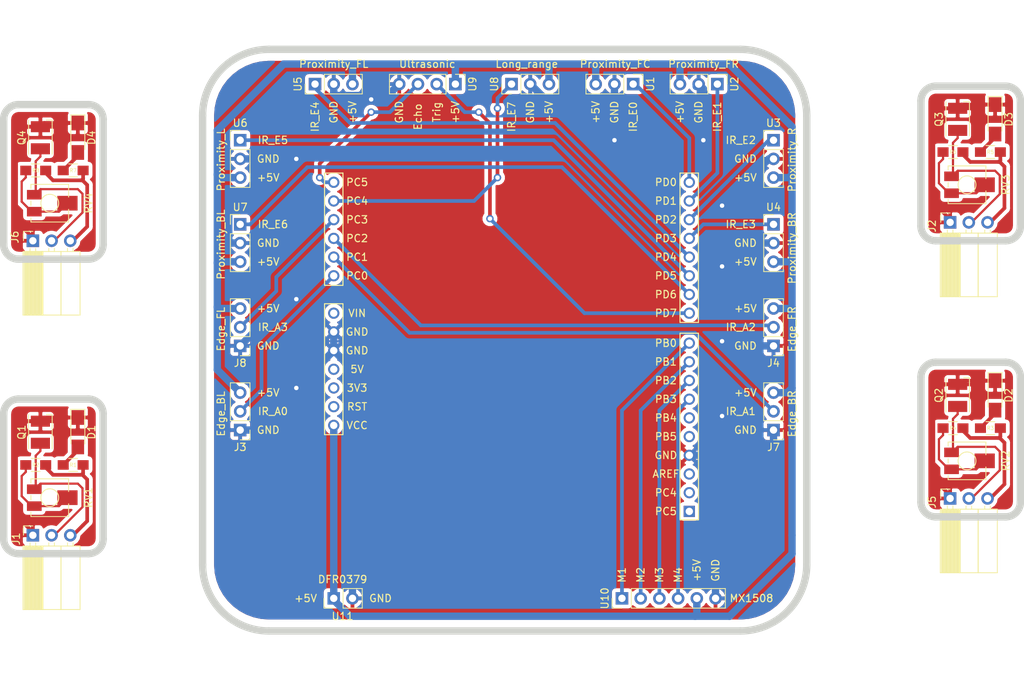
<source format=kicad_pcb>
(kicad_pcb (version 20171130) (host pcbnew "(5.0.1)-4")
  (layers (0 F.Cu signal) (31 B.Cu signal) (34 B.Paste user) (35 F.Paste user) (36 B.SilkS user) (37 F.SilkS user) (38 B.Mask user) (39 F.Mask user) (44 Edge.Cuts user))
  (net 0 "")
  (net 1 "Net-(D1-Pad2)")
  (net 2 GND)
  (net 3 "Net-(D2-Pad2)")
  (net 4 "Net-(D3-Pad2)")
  (net 5 "Net-(D4-Pad2)")
  (net 6 /Echo)
  (net 7 IR_E7)
  (net 8 IR_A3)
  (net 9 IR_A2)
  (net 10 IR_A1)
  (net 11 IR_A0)
  (net 12 "Net-(MCU1-Pad26)")
  (net 13 "Net-(MCU1-Pad23)")
  (net 14 "Net-(MCU1-Pad22)")
  (net 15 "Net-(MCU1-Pad21)")
  (net 16 +5V)
  (net 17 IR_E0)
  (net 18 IR_E1)
  (net 19 IR_E2)
  (net 20 IR_E3)
  (net 21 IR_E4)
  (net 22 IR_E5)
  (net 23 IR_E6)
  (net 24 /Trig)
  (net 25 M1)
  (net 26 M2)
  (net 27 M3)
  (net 28 M4)
  (net 29 "Net-(MCU1-Pad6)")
  (net 30 "Net-(MCU1-Pad5)")
  (net 31 "Net-(MCU1-Pad3)")
  (net 32 "Net-(MCU1-Pad2)")
  (net 33 "Net-(MCU1-Pad1)")
  (net 34 "Net-(R2-Pad2)")
  (net 35 "Net-(R4-Pad2)")
  (net 36 "Net-(R6-Pad2)")
  (net 37 "Net-(R8-Pad2)")
  (module Socket_Strips:Socket_Strip_Straight_1x03_Pitch2.54mm (layer F.Cu) (at 167.49 116.71 180)
    (fp_text reference J7 (at 0 -2.33 180) (layer F.SilkS))
    (fp_text value Edge_BR (at -2.51 2.21 270) (layer F.SilkS))
    (pad 3 thru_hole oval (at 0 5.08 180) (size 1.7 1.7) (drill 1) (layers *.Cu *.Mask) (net 16 +5V))
    (pad 2 thru_hole oval (at 0 2.54 180) (size 1.7 1.7) (drill 1) (layers *.Cu *.Mask) (net 10 IR_A1))
    (pad 1 thru_hole rect (at 0 0 180) (size 1.7 1.7) (drill 1) (layers *.Cu *.Mask) (net 2 GND))
  )
  (module Custom_Footprints:ATmega328P_Xplained_mini (layer F.Cu) (at 101.45 75.435)
    (fp_text reference MCU1 hide)
    (fp_text value ATmega328P_Shield)
    (fp_text user PD0 (at 51.435 7.62) (layer F.SilkS))
    (fp_text user PD1 (at 51.435 10.16) (layer F.SilkS))
    (fp_text user PD2 (at 51.435 12.7) (layer F.SilkS))
    (fp_text user PD3 (at 51.435 15.24) (layer F.SilkS))
    (fp_text user PD4 (at 51.435 17.78) (layer F.SilkS))
    (fp_text user PD5 (at 51.435 20.32) (layer F.SilkS))
    (fp_text user PD6 (at 51.435 22.86) (layer F.SilkS))
    (fp_text user PD7 (at 51.435 25.4) (layer F.SilkS))
    (fp_text user PB0 (at 51.435 29.464) (layer F.SilkS))
    (fp_text user PB1 (at 51.435 32.004) (layer F.SilkS))
    (fp_text user PB5 (at 51.435 42.164) (layer F.SilkS))
    (fp_text user PB2 (at 51.435 34.544) (layer F.SilkS))
    (fp_text user AREF (at 51.435 47.244) (layer F.SilkS))
    (fp_text user PB3 (at 51.435 37.084) (layer F.SilkS))
    (fp_text user PB4 (at 51.435 39.624) (layer F.SilkS))
    (fp_text user GND (at 51.435 44.704) (layer F.SilkS))
    (fp_text user PC4 (at 51.435 49.784) (layer F.SilkS))
    (fp_text user PC5 (at 51.435 52.324) (layer F.SilkS))
    (fp_text user PC5 (at 9.525 7.62) (layer F.SilkS))
    (fp_text user PC4 (at 9.525 10.16) (layer F.SilkS))
    (fp_text user PC3 (at 9.525 12.7) (layer F.SilkS))
    (fp_text user PC2 (at 9.525 15.24) (layer F.SilkS))
    (fp_text user PC0 (at 9.525 20.32) (layer F.SilkS))
    (fp_text user PC1 (at 9.525 17.78) (layer F.SilkS))
    (fp_text user VIN (at 9.525 25.4) (layer F.SilkS))
    (fp_text user GND (at 9.525 27.94) (layer F.SilkS))
    (fp_text user 5V (at 9.525 33.02) (layer F.SilkS))
    (fp_text user GND (at 9.525 30.48) (layer F.SilkS))
    (fp_text user RST (at 9.525 38.1) (layer F.SilkS))
    (fp_text user 3V3 (at 9.525 35.56) (layer F.SilkS))
    (fp_text user VCC (at 9.525 40.64) (layer F.SilkS))
    (pad 32 thru_hole circle (at 6.35 7.62) (size 1.524 1.524) (drill 1) (layers *.Cu *.Mask) (net 6 /Echo))
    (pad 31 thru_hole circle (at 6.35 10.16) (size 1.524 1.524) (drill 1) (layers *.Cu *.Mask) (net 7 IR_E7))
    (pad 30 thru_hole circle (at 6.35 12.7) (size 1.524 1.524) (drill 1) (layers *.Cu *.Mask) (net 8 IR_A3))
    (pad 29 thru_hole circle (at 6.35 15.24) (size 1.524 1.524) (drill 1) (layers *.Cu *.Mask) (net 9 IR_A2))
    (pad 28 thru_hole circle (at 6.35 17.78) (size 1.524 1.524) (drill 1) (layers *.Cu *.Mask) (net 10 IR_A1))
    (pad 27 thru_hole circle (at 6.35 20.32) (size 1.524 1.524) (drill 1) (layers *.Cu *.Mask) (net 11 IR_A0))
    (pad 26 thru_hole circle (at 6.35 25.4) (size 1.524 1.524) (drill 1) (layers *.Cu *.Mask) (net 12 "Net-(MCU1-Pad26)"))
    (pad 25 thru_hole circle (at 6.35 27.94) (size 1.524 1.524) (drill 1) (layers *.Cu *.Mask) (net 2 GND))
    (pad 24 thru_hole circle (at 6.35 30.48) (size 1.524 1.524) (drill 1) (layers *.Cu *.Mask) (net 2 GND))
    (pad 23 thru_hole circle (at 6.35 33.02) (size 1.524 1.524) (drill 1) (layers *.Cu *.Mask) (net 13 "Net-(MCU1-Pad23)"))
    (pad 22 thru_hole circle (at 6.35 35.56) (size 1.524 1.524) (drill 1) (layers *.Cu *.Mask) (net 14 "Net-(MCU1-Pad22)"))
    (pad 21 thru_hole circle (at 6.35 38.1) (size 1.524 1.524) (drill 1) (layers *.Cu *.Mask) (net 15 "Net-(MCU1-Pad21)"))
    (pad 20 thru_hole circle (at 6.35 40.64) (size 1.524 1.524) (drill 1) (layers *.Cu *.Mask) (net 16 +5V))
    (pad 18 thru_hole circle (at 54.61 7.62) (size 1.524 1.524) (drill 1) (layers *.Cu *.Mask) (net 17 IR_E0))
    (pad 17 thru_hole circle (at 54.61 10.16) (size 1.524 1.524) (drill 1) (layers *.Cu *.Mask) (net 18 IR_E1))
    (pad 16 thru_hole circle (at 54.61 12.7) (size 1.524 1.524) (drill 1) (layers *.Cu *.Mask) (net 19 IR_E2))
    (pad 15 thru_hole circle (at 54.61 15.24) (size 1.524 1.524) (drill 1) (layers *.Cu *.Mask) (net 20 IR_E3))
    (pad 14 thru_hole circle (at 54.61 17.78) (size 1.524 1.524) (drill 1) (layers *.Cu *.Mask) (net 21 IR_E4))
    (pad 13 thru_hole circle (at 54.61 20.32) (size 1.524 1.524) (drill 1) (layers *.Cu *.Mask) (net 22 IR_E5))
    (pad 12 thru_hole circle (at 54.61 22.86) (size 1.524 1.524) (drill 1) (layers *.Cu *.Mask) (net 23 IR_E6))
    (pad 11 thru_hole circle (at 54.61 25.4) (size 1.524 1.524) (drill 1) (layers *.Cu *.Mask) (net 24 /Trig))
    (pad 10 thru_hole circle (at 54.61 29.464 180) (size 1.524 1.524) (drill 1) (layers *.Cu *.Mask) (net 25 M1))
    (pad 9 thru_hole circle (at 54.61 32.004 180) (size 1.524 1.524) (drill 1) (layers *.Cu *.Mask) (net 26 M2))
    (pad 8 thru_hole circle (at 54.61 34.544 180) (size 1.524 1.524) (drill 1) (layers *.Cu *.Mask) (net 27 M3))
    (pad 7 thru_hole circle (at 54.61 37.084 180) (size 1.524 1.524) (drill 1) (layers *.Cu *.Mask) (net 28 M4))
    (pad 6 thru_hole circle (at 54.61 39.624 180) (size 1.524 1.524) (drill 1) (layers *.Cu *.Mask) (net 29 "Net-(MCU1-Pad6)"))
    (pad 5 thru_hole circle (at 54.61 42.164 180) (size 1.524 1.524) (drill 1) (layers *.Cu *.Mask) (net 30 "Net-(MCU1-Pad5)"))
    (pad 4 thru_hole circle (at 54.61 44.704 180) (size 1.524 1.524) (drill 1) (layers *.Cu *.Mask) (net 2 GND))
    (pad 3 thru_hole circle (at 54.61 47.244 180) (size 1.524 1.524) (drill 1) (layers *.Cu *.Mask) (net 31 "Net-(MCU1-Pad3)"))
    (pad 2 thru_hole circle (at 54.61 49.784 180) (size 1.524 1.524) (drill 1) (layers *.Cu *.Mask) (net 32 "Net-(MCU1-Pad2)"))
    (pad 1 thru_hole rect (at 54.61 52.324 180) (size 1.524 1.524) (drill 1) (layers *.Cu *.Mask) (net 33 "Net-(MCU1-Pad1)"))
  )
  (module Potentiometers:Potentiometer_Trimmer_Vishay_TS53YL (layer F.Cu) (at 69.255 85.895 180)
    (fp_text reference RV4 (at -5.245 0 90) (layer F.SilkS))
    (fp_text value 10k)
    (pad 3 smd rect (at 2.1 1.15 180) (size 2 1.3) (layers F.Cu F.Mask) (net 8 IR_A3))
    (pad 2 smd rect (at -2.4 0 180) (size 2.75 2) (layers F.Cu F.Mask) (net 37 "Net-(R8-Pad2)"))
    (pad 1 smd rect (at 2.1 -1.15 180) (size 2 1.3) (layers F.Cu F.Mask) (net 37 "Net-(R8-Pad2)"))
  )
  (module Resistors_SMD:R_0805_HandSoldering (layer F.Cu) (at 72.43 81.45 180)
    (fp_text reference R7 (at 0 0 180) (layer F.SilkS) (effects (font (size 0.5 0.5) (thickness 0.075))))
    (fp_text value 100R)
    (pad 1 smd rect (at -1.35 0 180) (size 1.5 1.3) (layers F.Cu F.Paste F.Mask) (net 16 +5V))
    (pad 2 smd rect (at 1.35 0 180) (size 1.5 1.3) (layers F.Cu F.Paste F.Mask) (net 5 "Net-(D4-Pad2)"))
  )
  (module Socket_Strips:Socket_Strip_Angled_1x03_Pitch2.54mm (layer F.Cu) (at 66.96 91 90)
    (fp_text reference J6 (at 0.5 -2.46 90) (layer F.SilkS))
    (fp_text value Conn_01x03)
    (pad 1 thru_hole rect (at 0 0 90) (size 1.7 1.7) (drill 1) (layers *.Cu *.Mask) (net 2 GND))
    (pad 2 thru_hole oval (at 0 2.54 90) (size 1.7 1.7) (drill 1) (layers *.Cu *.Mask) (net 8 IR_A3))
    (pad 3 thru_hole oval (at 0 5.08 90) (size 1.7 1.7) (drill 1) (layers *.Cu *.Mask) (net 16 +5V))
  )
  (module Resistors_SMD:R_0805_HandSoldering (layer F.Cu) (at 67.35 81.45 180)
    (fp_text reference R8 (at 0 0 180) (layer F.SilkS) (effects (font (size 0.5 0.5) (thickness 0.075))))
    (fp_text value 10k)
    (pad 2 smd rect (at 1.35 0 180) (size 1.5 1.3) (layers F.Cu F.Paste F.Mask) (net 37 "Net-(R8-Pad2)"))
    (pad 1 smd rect (at -1.35 0 180) (size 1.5 1.3) (layers F.Cu F.Paste F.Mask) (net 16 +5V))
  )
  (module LEDs:LED_PLCC-2 (layer F.Cu) (at 67.985 77.005 270)
    (fp_text reference Q4 (at 0 2.54 270) (layer F.SilkS))
    (fp_text value Q_Photo)
    (pad 1 smd rect (at -1.5 0 270) (size 1.5 2.6) (layers F.Cu F.Paste F.Mask) (net 2 GND))
    (pad 2 smd rect (at 1.5 0 270) (size 1.5 2.6) (layers F.Cu F.Paste F.Mask) (net 8 IR_A3))
  )
  (module LEDs:LED_1206_HandSoldering (layer F.Cu) (at 73.065 77.005 270)
    (fp_text reference D4 (at 0 -1.85 270) (layer F.SilkS))
    (fp_text value LED_IR)
    (pad 1 smd rect (at -2 0 270) (size 2 1.7) (layers F.Cu F.Paste F.Mask) (net 2 GND))
    (pad 2 smd rect (at 2 0 270) (size 2 1.7) (layers F.Cu F.Paste F.Mask) (net 5 "Net-(D4-Pad2)"))
  )
  (module Potentiometers:Potentiometer_Trimmer_Vishay_TS53YL (layer F.Cu) (at 193.755 83.395 180)
    (fp_text reference RV3 (at -5.245 0 90) (layer F.SilkS))
    (fp_text value 10k)
    (pad 3 smd rect (at 2.1 1.15 180) (size 2 1.3) (layers F.Cu F.Mask) (net 9 IR_A2))
    (pad 2 smd rect (at -2.4 0 180) (size 2.75 2) (layers F.Cu F.Mask) (net 36 "Net-(R6-Pad2)"))
    (pad 1 smd rect (at 2.1 -1.15 180) (size 2 1.3) (layers F.Cu F.Mask) (net 36 "Net-(R6-Pad2)"))
  )
  (module Resistors_SMD:R_0805_HandSoldering (layer F.Cu) (at 196.93 78.95 180)
    (fp_text reference R5 (at 0 0 180) (layer F.SilkS) (effects (font (size 0.5 0.5) (thickness 0.075))))
    (fp_text value 100R)
    (pad 1 smd rect (at -1.35 0 180) (size 1.5 1.3) (layers F.Cu F.Paste F.Mask) (net 16 +5V))
    (pad 2 smd rect (at 1.35 0 180) (size 1.5 1.3) (layers F.Cu F.Paste F.Mask) (net 4 "Net-(D3-Pad2)"))
  )
  (module Socket_Strips:Socket_Strip_Angled_1x03_Pitch2.54mm (layer F.Cu) (at 191.46 88.5 90)
    (fp_text reference J2 (at -0.5 -2.46 90) (layer F.SilkS))
    (fp_text value Conn_01x03)
    (pad 1 thru_hole rect (at 0 0 90) (size 1.7 1.7) (drill 1) (layers *.Cu *.Mask) (net 2 GND))
    (pad 2 thru_hole oval (at 0 2.54 90) (size 1.7 1.7) (drill 1) (layers *.Cu *.Mask) (net 9 IR_A2))
    (pad 3 thru_hole oval (at 0 5.08 90) (size 1.7 1.7) (drill 1) (layers *.Cu *.Mask) (net 16 +5V))
  )
  (module Resistors_SMD:R_0805_HandSoldering (layer F.Cu) (at 191.85 78.95 180)
    (fp_text reference R6 (at 0 0 180) (layer F.SilkS) (effects (font (size 0.5 0.5) (thickness 0.075))))
    (fp_text value 10k)
    (pad 2 smd rect (at 1.35 0 180) (size 1.5 1.3) (layers F.Cu F.Paste F.Mask) (net 36 "Net-(R6-Pad2)"))
    (pad 1 smd rect (at -1.35 0 180) (size 1.5 1.3) (layers F.Cu F.Paste F.Mask) (net 16 +5V))
  )
  (module LEDs:LED_PLCC-2 (layer F.Cu) (at 192.485 74.505 270)
    (fp_text reference Q3 (at 0 2.54 270) (layer F.SilkS))
    (fp_text value Q_Photo)
    (pad 1 smd rect (at -1.5 0 270) (size 1.5 2.6) (layers F.Cu F.Paste F.Mask) (net 2 GND))
    (pad 2 smd rect (at 1.5 0 270) (size 1.5 2.6) (layers F.Cu F.Paste F.Mask) (net 9 IR_A2))
  )
  (module LEDs:LED_1206_HandSoldering (layer F.Cu) (at 197.565 74.505 270)
    (fp_text reference D3 (at 0 -1.85 270) (layer F.SilkS))
    (fp_text value LED_IR)
    (pad 1 smd rect (at -2 0 270) (size 2 1.7) (layers F.Cu F.Paste F.Mask) (net 2 GND))
    (pad 2 smd rect (at 2 0 270) (size 2 1.7) (layers F.Cu F.Paste F.Mask) (net 4 "Net-(D3-Pad2)"))
  )
  (module Potentiometers:Potentiometer_Trimmer_Vishay_TS53YL (layer F.Cu) (at 193.755 120.895 180)
    (fp_text reference RV2 (at -5.245 0 90) (layer F.SilkS))
    (fp_text value 10k)
    (pad 3 smd rect (at 2.1 1.15 180) (size 2 1.3) (layers F.Cu F.Mask) (net 10 IR_A1))
    (pad 2 smd rect (at -2.4 0 180) (size 2.75 2) (layers F.Cu F.Mask) (net 35 "Net-(R4-Pad2)"))
    (pad 1 smd rect (at 2.1 -1.15 180) (size 2 1.3) (layers F.Cu F.Mask) (net 35 "Net-(R4-Pad2)"))
  )
  (module Resistors_SMD:R_0805_HandSoldering (layer F.Cu) (at 196.93 116.45 180)
    (fp_text reference R3 (at 0 0 180) (layer F.SilkS) (effects (font (size 0.5 0.5) (thickness 0.075))))
    (fp_text value 100R)
    (pad 1 smd rect (at -1.35 0 180) (size 1.5 1.3) (layers F.Cu F.Paste F.Mask) (net 16 +5V))
    (pad 2 smd rect (at 1.35 0 180) (size 1.5 1.3) (layers F.Cu F.Paste F.Mask) (net 3 "Net-(D2-Pad2)"))
  )
  (module Socket_Strips:Socket_Strip_Angled_1x03_Pitch2.54mm (layer F.Cu) (at 191.46 126 90)
    (fp_text reference J5 (at -0.5 -2.46 90) (layer F.SilkS))
    (fp_text value Conn_01x03)
    (pad 1 thru_hole rect (at 0 0 90) (size 1.7 1.7) (drill 1) (layers *.Cu *.Mask) (net 2 GND))
    (pad 2 thru_hole oval (at 0 2.54 90) (size 1.7 1.7) (drill 1) (layers *.Cu *.Mask) (net 10 IR_A1))
    (pad 3 thru_hole oval (at 0 5.08 90) (size 1.7 1.7) (drill 1) (layers *.Cu *.Mask) (net 16 +5V))
  )
  (module Resistors_SMD:R_0805_HandSoldering (layer F.Cu) (at 191.85 116.45 180)
    (fp_text reference R4 (at 0 0 180) (layer F.SilkS) (effects (font (size 0.5 0.5) (thickness 0.075))))
    (fp_text value 10k)
    (pad 2 smd rect (at 1.35 0 180) (size 1.5 1.3) (layers F.Cu F.Paste F.Mask) (net 35 "Net-(R4-Pad2)"))
    (pad 1 smd rect (at -1.35 0 180) (size 1.5 1.3) (layers F.Cu F.Paste F.Mask) (net 16 +5V))
  )
  (module LEDs:LED_PLCC-2 (layer F.Cu) (at 192.485 112.005 270)
    (fp_text reference Q2 (at 0 2.54 270) (layer F.SilkS))
    (fp_text value Q_Photo)
    (pad 1 smd rect (at -1.5 0 270) (size 1.5 2.6) (layers F.Cu F.Paste F.Mask) (net 2 GND))
    (pad 2 smd rect (at 1.5 0 270) (size 1.5 2.6) (layers F.Cu F.Paste F.Mask) (net 10 IR_A1))
  )
  (module LEDs:LED_1206_HandSoldering (layer F.Cu) (at 197.565 112.005 270)
    (fp_text reference D2 (at 0 -1.85 270) (layer F.SilkS))
    (fp_text value LED_IR)
    (pad 1 smd rect (at -2 0 270) (size 2 1.7) (layers F.Cu F.Paste F.Mask) (net 2 GND))
    (pad 2 smd rect (at 2 0 270) (size 2 1.7) (layers F.Cu F.Paste F.Mask) (net 3 "Net-(D2-Pad2)"))
  )
  (module Resistors_SMD:R_0805_HandSoldering (layer F.Cu) (at 72.43 121.45 180)
    (fp_text reference R1 (at 0 0 180) (layer F.SilkS) (effects (font (size 0.5 0.5) (thickness 0.075))))
    (fp_text value 100R)
    (pad 2 smd rect (at 1.35 0 180) (size 1.5 1.3) (layers F.Cu F.Paste F.Mask) (net 1 "Net-(D1-Pad2)"))
    (pad 1 smd rect (at -1.35 0 180) (size 1.5 1.3) (layers F.Cu F.Paste F.Mask) (net 16 +5V))
  )
  (module Potentiometers:Potentiometer_Trimmer_Vishay_TS53YL (layer F.Cu) (at 69.255 125.895 180)
    (fp_text reference RV1 (at -5.245 0 90) (layer F.SilkS))
    (fp_text value 10k)
    (pad 1 smd rect (at 2.1 -1.15 180) (size 2 1.3) (layers F.Cu F.Mask) (net 34 "Net-(R2-Pad2)"))
    (pad 2 smd rect (at -2.4 0 180) (size 2.75 2) (layers F.Cu F.Mask) (net 34 "Net-(R2-Pad2)"))
    (pad 3 smd rect (at 2.1 1.15 180) (size 2 1.3) (layers F.Cu F.Mask) (net 11 IR_A0))
  )
  (module LEDs:LED_1206_HandSoldering (layer F.Cu) (at 73.065 117.005 270)
    (fp_text reference D1 (at 0 -1.85 270) (layer F.SilkS))
    (fp_text value LED_IR)
    (pad 2 smd rect (at 2 0 270) (size 2 1.7) (layers F.Cu F.Paste F.Mask) (net 1 "Net-(D1-Pad2)"))
    (pad 1 smd rect (at -2 0 270) (size 2 1.7) (layers F.Cu F.Paste F.Mask) (net 2 GND))
  )
  (module LEDs:LED_PLCC-2 (layer F.Cu) (at 67.985 117.005 270)
    (fp_text reference Q1 (at 0 2.54 270) (layer F.SilkS))
    (fp_text value Q_Photo)
    (pad 2 smd rect (at 1.5 0 270) (size 1.5 2.6) (layers F.Cu F.Paste F.Mask) (net 11 IR_A0))
    (pad 1 smd rect (at -1.5 0 270) (size 1.5 2.6) (layers F.Cu F.Paste F.Mask) (net 2 GND))
  )
  (module Resistors_SMD:R_0805_HandSoldering (layer F.Cu) (at 67.35 121.45 180)
    (fp_text reference R2 (at 0 0 180) (layer F.SilkS) (effects (font (size 0.5 0.5) (thickness 0.075))))
    (fp_text value 10k)
    (pad 1 smd rect (at -1.35 0 180) (size 1.5 1.3) (layers F.Cu F.Paste F.Mask) (net 16 +5V))
    (pad 2 smd rect (at 1.35 0 180) (size 1.5 1.3) (layers F.Cu F.Paste F.Mask) (net 34 "Net-(R2-Pad2)"))
  )
  (module Socket_Strips:Socket_Strip_Straight_1x03_Pitch2.54mm (layer F.Cu) (at 148.44 69.72 270)
    (fp_text reference U1 (at 0 -2.33 270) (layer F.SilkS))
    (fp_text value Proximity_FC (at -2.72 2.44) (layer F.SilkS))
    (pad 1 thru_hole rect (at 0 0 270) (size 1.7 1.7) (drill 1) (layers *.Cu *.Mask) (net 17 IR_E0))
    (pad 2 thru_hole oval (at 0 2.54 270) (size 1.7 1.7) (drill 1) (layers *.Cu *.Mask) (net 2 GND))
    (pad 3 thru_hole oval (at 0 5.08 270) (size 1.7 1.7) (drill 1) (layers *.Cu *.Mask) (net 16 +5V))
  )
  (module Socket_Strips:Socket_Strip_Straight_1x03_Pitch2.54mm (layer F.Cu) (at 159.87 69.72 270)
    (fp_text reference U2 (at 0 -2.33 270) (layer F.SilkS))
    (fp_text value Proximity_FR (at -2.72 1.87) (layer F.SilkS))
    (pad 3 thru_hole oval (at 0 5.08 270) (size 1.7 1.7) (drill 1) (layers *.Cu *.Mask) (net 16 +5V))
    (pad 2 thru_hole oval (at 0 2.54 270) (size 1.7 1.7) (drill 1) (layers *.Cu *.Mask) (net 2 GND))
    (pad 1 thru_hole rect (at 0 0 270) (size 1.7 1.7) (drill 1) (layers *.Cu *.Mask) (net 18 IR_E1))
  )
  (module Socket_Strips:Socket_Strip_Straight_1x03_Pitch2.54mm (layer F.Cu) (at 167.49 77.34)
    (fp_text reference U3 (at 0 -2.33) (layer F.SilkS))
    (fp_text value Proximity_R (at 2.51 2.66 90) (layer F.SilkS))
    (pad 3 thru_hole oval (at 0 5.08) (size 1.7 1.7) (drill 1) (layers *.Cu *.Mask) (net 16 +5V))
    (pad 2 thru_hole oval (at 0 2.54) (size 1.7 1.7) (drill 1) (layers *.Cu *.Mask) (net 2 GND))
    (pad 1 thru_hole rect (at 0 0) (size 1.7 1.7) (drill 1) (layers *.Cu *.Mask) (net 19 IR_E2))
  )
  (module Socket_Strips:Socket_Strip_Straight_1x03_Pitch2.54mm (layer F.Cu) (at 167.49 88.77)
    (fp_text reference U4 (at 0 -2.33) (layer F.SilkS))
    (fp_text value Proximity_BR (at 2.51 3.23 90) (layer F.SilkS))
    (pad 1 thru_hole rect (at 0 0) (size 1.7 1.7) (drill 1) (layers *.Cu *.Mask) (net 20 IR_E3))
    (pad 2 thru_hole oval (at 0 2.54) (size 1.7 1.7) (drill 1) (layers *.Cu *.Mask) (net 2 GND))
    (pad 3 thru_hole oval (at 0 5.08) (size 1.7 1.7) (drill 1) (layers *.Cu *.Mask) (net 16 +5V))
  )
  (module Socket_Strips:Socket_Strip_Straight_1x03_Pitch2.54mm (layer F.Cu) (at 105.26 69.72 90)
    (fp_text reference U5 (at 0 -2.33 90) (layer F.SilkS))
    (fp_text value Proximity_FL (at 2.72 2.54 180) (layer F.SilkS))
    (pad 3 thru_hole oval (at 0 5.08 90) (size 1.7 1.7) (drill 1) (layers *.Cu *.Mask) (net 16 +5V))
    (pad 2 thru_hole oval (at 0 2.54 90) (size 1.7 1.7) (drill 1) (layers *.Cu *.Mask) (net 2 GND))
    (pad 1 thru_hole rect (at 0 0 90) (size 1.7 1.7) (drill 1) (layers *.Cu *.Mask) (net 21 IR_E4))
  )
  (module Socket_Strips:Socket_Strip_Straight_1x03_Pitch2.54mm (layer F.Cu) (at 95.1 77.34)
    (fp_text reference U6 (at 0 -2.33) (layer F.SilkS))
    (fp_text value Proximity_L (at -2.6 2.66 90) (layer F.SilkS))
    (pad 3 thru_hole oval (at 0 5.08) (size 1.7 1.7) (drill 1) (layers *.Cu *.Mask) (net 16 +5V))
    (pad 2 thru_hole oval (at 0 2.54) (size 1.7 1.7) (drill 1) (layers *.Cu *.Mask) (net 2 GND))
    (pad 1 thru_hole rect (at 0 0) (size 1.7 1.7) (drill 1) (layers *.Cu *.Mask) (net 22 IR_E5))
  )
  (module Socket_Strips:Socket_Strip_Straight_1x03_Pitch2.54mm (layer F.Cu) (at 95.1 88.77)
    (fp_text reference U7 (at 0 -2.33) (layer F.SilkS))
    (fp_text value Proximity_BL (at -2.6 2.73 90) (layer F.SilkS))
    (pad 1 thru_hole rect (at 0 0) (size 1.7 1.7) (drill 1) (layers *.Cu *.Mask) (net 23 IR_E6))
    (pad 2 thru_hole oval (at 0 2.54) (size 1.7 1.7) (drill 1) (layers *.Cu *.Mask) (net 2 GND))
    (pad 3 thru_hole oval (at 0 5.08) (size 1.7 1.7) (drill 1) (layers *.Cu *.Mask) (net 16 +5V))
  )
  (module Socket_Strips:Socket_Strip_Straight_1x03_Pitch2.54mm (layer F.Cu) (at 131.93 69.72 90)
    (fp_text reference U8 (at 0 -2.33 90) (layer F.SilkS))
    (fp_text value Long_range (at 2.72 2.07 180) (layer F.SilkS))
    (pad 1 thru_hole rect (at 0 0 90) (size 1.7 1.7) (drill 1) (layers *.Cu *.Mask) (net 7 IR_E7))
    (pad 2 thru_hole oval (at 0 2.54 90) (size 1.7 1.7) (drill 1) (layers *.Cu *.Mask) (net 2 GND))
    (pad 3 thru_hole oval (at 0 5.08 90) (size 1.7 1.7) (drill 1) (layers *.Cu *.Mask) (net 16 +5V))
  )
  (module Socket_Strips:Socket_Strip_Straight_1x04_Pitch2.54mm (layer F.Cu) (at 124.31 69.72 270)
    (fp_text reference U9 (at 0 -2.33 270) (layer F.SilkS))
    (fp_text value Ultrasonic (at -2.72 3.81) (layer F.SilkS))
    (pad 4 thru_hole oval (at 0 7.62 270) (size 1.7 1.7) (drill 1) (layers *.Cu *.Mask) (net 2 GND))
    (pad 3 thru_hole oval (at 0 5.08 270) (size 1.7 1.7) (drill 1) (layers *.Cu *.Mask) (net 6 /Echo))
    (pad 2 thru_hole oval (at 0 2.54 270) (size 1.7 1.7) (drill 1) (layers *.Cu *.Mask) (net 24 /Trig))
    (pad 1 thru_hole rect (at 0 0 270) (size 1.7 1.7) (drill 1) (layers *.Cu *.Mask) (net 16 +5V))
  )
  (module Socket_Strips:Socket_Strip_Straight_1x06_Pitch2.54mm (layer F.Cu) (at 146.92 139.57 90)
    (fp_text reference U10 (at 0 -2.33 90) (layer F.SilkS))
    (fp_text value MX1508 (at 0 17.58 180) (layer F.SilkS))
    (pad 10 thru_hole oval (at 0 12.7 90) (size 1.7 1.7) (drill 1) (layers *.Cu *.Mask) (net 2 GND))
    (pad 9 thru_hole oval (at 0 10.16 90) (size 1.7 1.7) (drill 1) (layers *.Cu *.Mask) (net 16 +5V))
    (pad 4 thru_hole oval (at 0 7.62 90) (size 1.7 1.7) (drill 1) (layers *.Cu *.Mask) (net 28 M4))
    (pad 3 thru_hole oval (at 0 5.08 90) (size 1.7 1.7) (drill 1) (layers *.Cu *.Mask) (net 27 M3))
    (pad 2 thru_hole oval (at 0 2.54 90) (size 1.7 1.7) (drill 1) (layers *.Cu *.Mask) (net 26 M2))
    (pad 1 thru_hole rect (at 0 0 90) (size 1.7 1.7) (drill 1) (layers *.Cu *.Mask) (net 25 M1))
  )
  (module Socket_Strips:Socket_Strip_Straight_1x02_Pitch2.54mm (layer F.Cu) (at 107.8 139.57 90)
    (fp_text reference U11 (at -2.43 1.2 180) (layer F.SilkS))
    (fp_text value DFR0379 (at 2.57 1.2 180) (layer F.SilkS))
    (pad 4 thru_hole oval (at 0 2.54 90) (size 1.7 1.7) (drill 1) (layers *.Cu *.Mask) (net 2 GND))
    (pad 3 thru_hole rect (at 0 0 90) (size 1.7 1.7) (drill 1) (layers *.Cu *.Mask) (net 16 +5V))
  )
  (module Socket_Strips:Socket_Strip_Angled_1x03_Pitch2.54mm (layer F.Cu) (at 66.96 131 90)
    (fp_text reference J1 (at -0.5 -2.27 90) (layer F.SilkS))
    (fp_text value Conn_01x03)
    (pad 3 thru_hole oval (at 0 5.08 90) (size 1.7 1.7) (drill 1) (layers *.Cu *.Mask) (net 16 +5V))
    (pad 2 thru_hole oval (at 0 2.54 90) (size 1.7 1.7) (drill 1) (layers *.Cu *.Mask) (net 11 IR_A0))
    (pad 1 thru_hole rect (at 0 0 90) (size 1.7 1.7) (drill 1) (layers *.Cu *.Mask) (net 2 GND))
  )
  (module Socket_Strips:Socket_Strip_Straight_1x03_Pitch2.54mm (layer F.Cu) (at 95.1 116.71 180)
    (fp_text reference J3 (at 0 -2.33 180) (layer F.SilkS))
    (fp_text value Edge_BL (at 2.6 2.21 90) (layer F.SilkS))
    (pad 3 thru_hole oval (at 0 5.08 180) (size 1.7 1.7) (drill 1) (layers *.Cu *.Mask) (net 16 +5V))
    (pad 2 thru_hole oval (at 0 2.54 180) (size 1.7 1.7) (drill 1) (layers *.Cu *.Mask) (net 11 IR_A0))
    (pad 1 thru_hole rect (at 0 0 180) (size 1.7 1.7) (drill 1) (layers *.Cu *.Mask) (net 2 GND))
  )
  (module Socket_Strips:Socket_Strip_Straight_1x03_Pitch2.54mm (layer F.Cu) (at 167.49 105.28 180)
    (fp_text reference J4 (at 0 -2.33 180) (layer F.SilkS))
    (fp_text value Edge_FR (at -2.51 2.28 270) (layer F.SilkS))
    (pad 1 thru_hole rect (at 0 0 180) (size 1.7 1.7) (drill 1) (layers *.Cu *.Mask) (net 2 GND))
    (pad 2 thru_hole oval (at 0 2.54 180) (size 1.7 1.7) (drill 1) (layers *.Cu *.Mask) (net 9 IR_A2))
    (pad 3 thru_hole oval (at 0 5.08 180) (size 1.7 1.7) (drill 1) (layers *.Cu *.Mask) (net 16 +5V))
  )
  (module Socket_Strips:Socket_Strip_Straight_1x03_Pitch2.54mm (layer F.Cu) (at 95.1 105.28 180)
    (fp_text reference J8 (at 0 -2.33 180) (layer F.SilkS))
    (fp_text value Edge_FL (at 2.6 2.28 270) (layer F.SilkS))
    (pad 1 thru_hole rect (at 0 0 180) (size 1.7 1.7) (drill 1) (layers *.Cu *.Mask) (net 2 GND))
    (pad 2 thru_hole oval (at 0 2.54 180) (size 1.7 1.7) (drill 1) (layers *.Cu *.Mask) (net 8 IR_A3))
    (pad 3 thru_hole oval (at 0 5.08 180) (size 1.7 1.7) (drill 1) (layers *.Cu *.Mask) (net 16 +5V))
  )
  (gr_line (start 74.5 112.5) (end 65 112.5) (layer Edge.Cuts) (width 1))
  (gr_arc (start 65 114.5) (end 65 112.5) (angle -90) (layer Edge.Cuts) (width 1))
  (gr_line (start 63 114.5) (end 63 131.5) (layer Edge.Cuts) (width 1))
  (gr_arc (start 74.5 131.5) (end 74.5 133.5) (angle -90) (layer Edge.Cuts) (width 1))
  (gr_line (start 76.5 131.5) (end 76.5 114.5) (layer Edge.Cuts) (width 1))
  (gr_arc (start 65 131.5) (end 63 131.5) (angle -90) (layer Edge.Cuts) (width 1))
  (gr_line (start 65 133.5) (end 74.5 133.5) (layer Edge.Cuts) (width 1))
  (gr_arc (start 74.5 114.5) (end 76.5 114.5) (angle -90) (layer Edge.Cuts) (width 1))
  (gr_line (start 201 126.5) (end 201 109.5) (layer Edge.Cuts) (width 1))
  (gr_arc (start 199 126.5) (end 199 128.5) (angle -90) (layer Edge.Cuts) (width 1))
  (gr_line (start 189.5 128.5) (end 199 128.5) (layer Edge.Cuts) (width 1))
  (gr_arc (start 189.5 126.5) (end 187.5 126.5) (angle -90) (layer Edge.Cuts) (width 1))
  (gr_line (start 187.5 109.5) (end 187.5 126.5) (layer Edge.Cuts) (width 1))
  (gr_arc (start 189.5 109.5) (end 189.5 107.5) (angle -90) (layer Edge.Cuts) (width 1))
  (gr_line (start 199 107.5) (end 189.5 107.5) (layer Edge.Cuts) (width 1))
  (gr_arc (start 199 109.5) (end 201 109.5) (angle -90) (layer Edge.Cuts) (width 1))
  (gr_line (start 199 70) (end 189.5 70) (layer Edge.Cuts) (width 1))
  (gr_line (start 201 89) (end 201 72) (layer Edge.Cuts) (width 1))
  (gr_arc (start 199 72) (end 201 72) (angle -90) (layer Edge.Cuts) (width 1))
  (gr_arc (start 199 89) (end 199 91) (angle -90) (layer Edge.Cuts) (width 1))
  (gr_line (start 189.5 91) (end 199 91) (layer Edge.Cuts) (width 1))
  (gr_arc (start 189.5 89) (end 187.5 89) (angle -90) (layer Edge.Cuts) (width 1))
  (gr_line (start 187.5 72) (end 187.5 89) (layer Edge.Cuts) (width 1))
  (gr_arc (start 189.5 72) (end 189.5 70) (angle -90) (layer Edge.Cuts) (width 1))
  (gr_line (start 172 135) (end 172 74) (layer Edge.Cuts) (width 1))
  (gr_line (start 99 144) (end 163 144) (layer Edge.Cuts) (width 1))
  (gr_line (start 90 74) (end 90 135) (layer Edge.Cuts) (width 1))
  (gr_line (start 163 65) (end 99 65) (layer Edge.Cuts) (width 1))
  (gr_arc (start 99 74) (end 99 65) (angle -90) (layer Edge.Cuts) (width 1))
  (gr_arc (start 99 135) (end 90 135) (angle -90) (layer Edge.Cuts) (width 1))
  (gr_arc (start 163 135) (end 163 144) (angle -90) (layer Edge.Cuts) (width 1))
  (gr_arc (start 163 74) (end 172 74) (angle -90) (layer Edge.Cuts) (width 1))
  (gr_text M4 (at 154.54 136.395 90) (layer F.SilkS) (effects (font (size 1 1))))
  (gr_text M3 (at 152 136.395 90) (layer F.SilkS) (effects (font (size 1 1))))
  (gr_text M2 (at 149.46 136.395 90) (layer F.SilkS) (effects (font (size 1 1))))
  (gr_text M1 (at 146.92 136.395 90) (layer F.SilkS) (effects (font (size 1 1))))
  (gr_text +5V (at 157.08 135.76 90) (layer F.SilkS) (effects (font (size 1 1))))
  (gr_text GND (at 159.62 135.76 90) (layer F.SilkS) (effects (font (size 1 1))))
  (gr_text GND (at 163.68 105.28) (layer F.SilkS) (effects (font (size 1 1))))
  (gr_text IR_A2 (at 163.045 102.74) (layer F.SilkS) (effects (font (size 1 1))))
  (gr_text +5V (at 163.68 100.2) (layer F.SilkS) (effects (font (size 1 1))))
  (gr_text +5V (at 163.68 111.63) (layer F.SilkS) (effects (font (size 1 1))))
  (gr_text IR_A1 (at 163.045 114.17) (layer F.SilkS) (effects (font (size 1 1))))
  (gr_text GND (at 163.68 116.71) (layer F.SilkS) (effects (font (size 1 1))))
  (gr_text GND (at 98.91 116.71) (layer F.SilkS) (effects (font (size 1 1))))
  (gr_text IR_A0 (at 99.545 114.17) (layer F.SilkS) (effects (font (size 1 1))))
  (gr_text +5V (at 98.91 111.63) (layer F.SilkS) (effects (font (size 1 1))))
  (gr_text +5V (at 98.91 100.2) (layer F.SilkS) (effects (font (size 1 1))))
  (gr_text GND (at 98.91 105.28) (layer F.SilkS) (effects (font (size 1 1))))
  (gr_text IR_A3 (at 99.545 102.74) (layer F.SilkS) (effects (font (size 1 1))))
  (gr_text Trig (at 121.77 73.53 90) (layer F.SilkS) (effects (font (size 1 1))))
  (gr_text Echo (at 119.23 74.165 90) (layer F.SilkS) (effects (font (size 1 1))))
  (gr_text +5V (at 124.31 73.53 90) (layer F.SilkS) (effects (font (size 1 1))))
  (gr_text GND (at 116.69 73.53 90) (layer F.SilkS) (effects (font (size 1 1))))
  (gr_text IR_E7 (at 131.93 74.165 90) (layer F.SilkS) (effects (font (size 1 1))))
  (gr_text GND (at 134.47 73.53 90) (layer F.SilkS) (effects (font (size 1 1))))
  (gr_text +5V (at 137.01 73.53 90) (layer F.SilkS) (effects (font (size 1 1))))
  (gr_text IR_E1 (at 159.87 74.165 90) (layer F.SilkS) (effects (font (size 1 1))))
  (gr_text GND (at 157.33 73.53 90) (layer F.SilkS) (effects (font (size 1 1))))
  (gr_text +5V (at 154.79 73.53 90) (layer F.SilkS) (effects (font (size 1 1))))
  (gr_text IR_E0 (at 148.44 74.165 90) (layer F.SilkS) (effects (font (size 1 1))))
  (gr_text +5V (at 143.36 73.53 90) (layer F.SilkS) (effects (font (size 1 1))))
  (gr_text GND (at 145.9 73.53 90) (layer F.SilkS) (effects (font (size 1 1))))
  (gr_text IR_E4 (at 105.26 74.165 90) (layer F.SilkS) (effects (font (size 1 1))))
  (gr_text +5V (at 110.34 73.53 90) (layer F.SilkS) (effects (font (size 1 1))))
  (gr_text GND (at 107.8 73.53 90) (layer F.SilkS) (effects (font (size 1 1))))
  (gr_text +5V (at 163.68 93.85) (layer F.SilkS) (effects (font (size 1 1))))
  (gr_text IR_E3 (at 163.045 88.77) (layer F.SilkS) (effects (font (size 1 1))))
  (gr_text GND (at 163.68 91.31) (layer F.SilkS) (effects (font (size 1 1))))
  (gr_text +5V (at 163.68 82.42) (layer F.SilkS) (effects (font (size 1 1))))
  (gr_text IR_E2 (at 163.045 77.34) (layer F.SilkS) (effects (font (size 1 1))))
  (gr_text GND (at 163.68 79.88) (layer F.SilkS) (effects (font (size 1 1))))
  (gr_text +5V (at 98.91 93.85) (layer F.SilkS) (effects (font (size 1 1))))
  (gr_text IR_E6 (at 99.545 88.77) (layer F.SilkS) (effects (font (size 1 1))))
  (gr_text GND (at 98.91 91.31) (layer F.SilkS) (effects (font (size 1 1))))
  (gr_text +5V (at 103.99 139.57) (layer F.SilkS) (effects (font (size 1 1))))
  (gr_text GND (at 114.15 139.57) (layer F.SilkS) (effects (font (size 1 1))))
  (gr_text +5V (at 98.91 82.42) (layer F.SilkS) (effects (font (size 1 1))))
  (gr_text GND (at 98.91 79.88) (layer F.SilkS) (effects (font (size 1 1))))
  (gr_text IR_E5 (at 99.545 77.34) (layer F.SilkS) (effects (font (size 1 1))))
  (gr_arc (start 65 91.5) (end 63 91.5) (angle -90) (layer Edge.Cuts) (width 1))
  (gr_arc (start 65 74.5) (end 65 72.5) (angle -90) (layer Edge.Cuts) (width 1))
  (gr_arc (start 74.5 74.5) (end 76.5 74.5) (angle -90) (layer Edge.Cuts) (width 1))
  (gr_line (start 76.5 91.5) (end 76.5 74.5) (layer Edge.Cuts) (width 1))
  (gr_line (start 65 93.5) (end 74.5 93.5) (layer Edge.Cuts) (width 1))
  (gr_line (start 63 74.5) (end 63 91.5) (layer Edge.Cuts) (width 1))
  (gr_arc (start 74.5 91.5) (end 74.5 93.5) (angle -90) (layer Edge.Cuts) (width 1))
  (gr_line (start 74.5 72.5) (end 65 72.5) (layer Edge.Cuts) (width 1))
  (segment (start 73.065 119.465) (end 71.08 121.45) (width 0.5) (layer F.Cu) (net 1))
  (segment (start 73.065 119.005) (end 73.065 119.465) (width 0.5) (layer F.Cu) (net 1))
  (segment (start 192.485 110.505) (end 190.685 110.505) (width 0.5) (layer F.Cu) (net 2))
  (segment (start 189.185 123.31) (end 189.31 123.435) (width 0.5) (layer F.Cu) (net 2))
  (segment (start 189.31 123.435) (end 191.85 125.975) (width 0.5) (layer F.Cu) (net 2))
  (segment (start 189.185 112.005) (end 189.185 123.31) (width 0.5) (layer F.Cu) (net 2))
  (segment (start 190.685 110.505) (end 189.185 112.005) (width 0.5) (layer F.Cu) (net 2))
  (segment (start 197.565 110.005) (end 192.985 110.005) (width 0.5) (layer F.Cu) (net 2))
  (segment (start 192.985 110.005) (end 192.485 110.505) (width 0.5) (layer F.Cu) (net 2))
  (segment (start 192.485 73.005) (end 190.685 73.005) (width 0.5) (layer F.Cu) (net 2))
  (segment (start 189.185 85.81) (end 189.31 85.935) (width 0.5) (layer F.Cu) (net 2))
  (segment (start 189.31 85.935) (end 191.85 88.475) (width 0.5) (layer F.Cu) (net 2))
  (segment (start 189.185 74.505) (end 189.185 85.81) (width 0.5) (layer F.Cu) (net 2))
  (segment (start 190.685 73.005) (end 189.185 74.505) (width 0.5) (layer F.Cu) (net 2))
  (segment (start 197.565 72.505) (end 192.985 72.505) (width 0.5) (layer F.Cu) (net 2))
  (segment (start 192.985 72.505) (end 192.485 73.005) (width 0.5) (layer F.Cu) (net 2))
  (segment (start 67.985 75.505) (end 66.185 75.505) (width 0.5) (layer F.Cu) (net 2))
  (segment (start 64.685 88.31) (end 64.81 88.435) (width 0.5) (layer F.Cu) (net 2))
  (segment (start 64.81 88.435) (end 67.35 90.975) (width 0.5) (layer F.Cu) (net 2))
  (segment (start 64.685 77.005) (end 64.685 88.31) (width 0.5) (layer F.Cu) (net 2))
  (segment (start 66.185 75.505) (end 64.685 77.005) (width 0.5) (layer F.Cu) (net 2))
  (segment (start 73.065 75.005) (end 68.485 75.005) (width 0.5) (layer F.Cu) (net 2))
  (segment (start 68.485 75.005) (end 67.985 75.505) (width 0.5) (layer F.Cu) (net 2))
  (segment (start 68.485 115.005) (end 67.985 115.505) (width 0.5) (layer F.Cu) (net 2))
  (segment (start 73.065 115.005) (end 68.485 115.005) (width 0.5) (layer F.Cu) (net 2))
  (segment (start 67.985 115.505) (end 66.185 115.505) (width 0.5) (layer F.Cu) (net 2))
  (segment (start 64.685 128.31) (end 64.81 128.435) (width 0.5) (layer F.Cu) (net 2))
  (segment (start 64.685 117.005) (end 64.685 128.31) (width 0.5) (layer F.Cu) (net 2))
  (segment (start 64.81 128.435) (end 67.35 130.975) (width 0.5) (layer F.Cu) (net 2))
  (segment (start 66.185 115.505) (end 64.685 117.005) (width 0.5) (layer F.Cu) (net 2))
  (segment (start 95.22 80) (end 95.1 79.88) (width 1) (layer B.Cu) (net 2))
  (segment (start 167.49 118.56) (end 167.49 116.71) (width 1) (layer B.Cu) (net 2))
  (segment (start 165.911 120.139) (end 167.49 118.56) (width 1) (layer B.Cu) (net 2))
  (segment (start 163 120.139) (end 165.911 120.139) (width 1) (layer B.Cu) (net 2))
  (segment (start 159.62 120.374) (end 159.385 120.139) (width 1) (layer B.Cu) (net 2))
  (segment (start 159.62 139.57) (end 159.62 120.374) (width 1) (layer B.Cu) (net 2))
  (segment (start 156.06 120.139) (end 159.385 120.139) (width 1) (layer B.Cu) (net 2))
  (segment (start 159.385 120.139) (end 163 120.139) (width 1) (layer B.Cu) (net 2))
  (via (at 160.505 114.805) (size 1.2) (drill 0.6) (layers F.Cu B.Cu) (net 2))
  (segment (start 160.505 119.885) (end 160.505 114.805) (width 1) (layer B.Cu) (net 2))
  (segment (start 160.505 114.805) (end 160.505 104.645) (width 1) (layer F.Cu) (net 2))
  (via (at 160.505 104.645) (size 1.2) (drill 0.6) (layers F.Cu B.Cu) (net 2))
  (segment (start 161.14 105.28) (end 160.505 104.645) (width 1) (layer B.Cu) (net 2))
  (segment (start 167.49 105.28) (end 161.14 105.28) (width 1) (layer B.Cu) (net 2))
  (via (at 160.505 94.485) (size 1.2) (drill 0.6) (layers F.Cu B.Cu) (net 2))
  (segment (start 160.505 104.645) (end 160.505 94.485) (width 1) (layer F.Cu) (net 2))
  (segment (start 167.49 91.31) (end 163.68 91.31) (width 1) (layer B.Cu) (net 2))
  (segment (start 163.68 91.31) (end 160.505 94.485) (width 1) (layer B.Cu) (net 2))
  (segment (start 160.505 86.23) (end 160.505 94.485) (width 1) (layer F.Cu) (net 2))
  (segment (start 167.49 79.88) (end 166.855 79.88) (width 1) (layer B.Cu) (net 2))
  (via (at 160.505 86.23) (size 1.2) (drill 0.6) (layers F.Cu B.Cu) (net 2))
  (segment (start 166.855 79.88) (end 160.505 86.23) (width 1) (layer B.Cu) (net 2))
  (segment (start 160.505 79.88) (end 160.505 86.23) (width 1) (layer F.Cu) (net 2))
  (segment (start 157.965 77.34) (end 160.505 79.88) (width 1) (layer F.Cu) (net 2))
  (via (at 157.965 77.34) (size 1.2) (drill 0.6) (layers F.Cu B.Cu) (net 2))
  (segment (start 156.06 77.34) (end 157.965 77.34) (width 1) (layer F.Cu) (net 2))
  (segment (start 157 70.05) (end 157.33 69.72) (width 1) (layer B.Cu) (net 2))
  (segment (start 157.965 70.355) (end 157.33 69.72) (width 1) (layer B.Cu) (net 2))
  (segment (start 157.965 77.34) (end 157.965 70.355) (width 1) (layer B.Cu) (net 2))
  (segment (start 145.9 70.922081) (end 145.9 69.72) (width 1) (layer B.Cu) (net 2))
  (segment (start 145.9 72.895) (end 145.9 70.922081) (width 1) (layer B.Cu) (net 2))
  (segment (start 145.9 77.34) (end 156.06 77.34) (width 1) (layer F.Cu) (net 2))
  (via (at 145.9 77.34) (size 1.2) (drill 0.6) (layers F.Cu B.Cu) (net 2))
  (segment (start 145.9 77.34) (end 145.9 72.895) (width 1) (layer B.Cu) (net 2))
  (segment (start 140.359999 71.799999) (end 145.9 77.34) (width 1) (layer F.Cu) (net 2))
  (segment (start 145.795 73) (end 145.9 72.895) (width 1) (layer B.Cu) (net 2))
  (segment (start 137.75 73) (end 145.795 73) (width 1) (layer B.Cu) (net 2))
  (segment (start 137.75 73) (end 134.47 69.72) (width 1) (layer B.Cu) (net 2))
  (segment (start 115.840001 70.569999) (end 116.69 69.72) (width 1) (layer B.Cu) (net 2))
  (segment (start 115.139999 71.270001) (end 115.840001 70.569999) (width 1) (layer B.Cu) (net 2))
  (segment (start 112.88 71.799999) (end 112.774998 71.799999) (width 0.5) (layer B.Cu) (net 2))
  (via (at 112.88 71.799999) (size 1.2) (drill 0.6) (layers F.Cu B.Cu) (net 2))
  (segment (start 111.61 71.270001) (end 112.245 71.270001) (width 1) (layer B.Cu) (net 2))
  (segment (start 112.774998 71.799999) (end 112.245 71.270001) (width 0.5) (layer B.Cu) (net 2))
  (segment (start 112.88 71.799999) (end 140.359999 71.799999) (width 1) (layer F.Cu) (net 2))
  (segment (start 112.245 71.270001) (end 115.139999 71.270001) (width 1) (layer B.Cu) (net 2))
  (segment (start 107.8 69.72) (end 107.8 70.922081) (width 1) (layer B.Cu) (net 2))
  (segment (start 107.8 70.922081) (end 108.14792 71.270001) (width 1) (layer B.Cu) (net 2))
  (segment (start 108.200001 71.799999) (end 112.88 71.799999) (width 1) (layer F.Cu) (net 2))
  (segment (start 108.14792 71.270001) (end 111.61 71.270001) (width 1) (layer B.Cu) (net 2))
  (segment (start 102.72 77.28) (end 108.200001 71.799999) (width 1) (layer F.Cu) (net 2))
  (via (at 102.72 79.88) (size 1.2) (drill 0.6) (layers F.Cu B.Cu) (net 2))
  (segment (start 102.72 79.88) (end 102.72 77.28) (width 1) (layer F.Cu) (net 2))
  (segment (start 95.1 79.88) (end 102.72 79.88) (width 1) (layer B.Cu) (net 2))
  (segment (start 93.897919 91.31) (end 95.1 91.31) (width 1) (layer B.Cu) (net 2))
  (segment (start 93.549999 90.96208) (end 93.897919 91.31) (width 1) (layer B.Cu) (net 2))
  (segment (start 93.549999 86.450001) (end 93.549999 90.96208) (width 1) (layer B.Cu) (net 2))
  (segment (start 93.549999 86.450001) (end 96.149999 86.450001) (width 1) (layer B.Cu) (net 2))
  (segment (start 96.149999 86.450001) (end 102.72 79.88) (width 1) (layer B.Cu) (net 2))
  (segment (start 97.005 116.71) (end 95.1 116.71) (width 1) (layer B.Cu) (net 2))
  (segment (start 100 100.38) (end 95.1 105.28) (width 1) (layer B.Cu) (net 2))
  (via (at 102.72 98.93) (size 1.2) (drill 0.6) (layers F.Cu B.Cu) (net 2))
  (segment (start 102.72 79.88) (end 102.72 98.93) (width 1) (layer F.Cu) (net 2))
  (segment (start 102.72 98.93) (end 101.45 98.93) (width 1) (layer B.Cu) (net 2))
  (segment (start 101.45 98.93) (end 100 100.38) (width 1) (layer B.Cu) (net 2))
  (segment (start 102.72 105.28) (end 102.72 98.93) (width 1) (layer F.Cu) (net 2))
  (segment (start 107.8 103.375) (end 107.8 105.915) (width 1) (layer B.Cu) (net 2))
  (segment (start 110.34 108.455) (end 107.8 105.915) (width 1) (layer B.Cu) (net 2))
  (segment (start 110.34 139.57) (end 110.34 108.455) (width 1) (layer B.Cu) (net 2))
  (segment (start 102.72 110.995) (end 102.72 105.28) (width 1) (layer F.Cu) (net 2))
  (via (at 102.72 110.995) (size 1.2) (drill 0.6) (layers F.Cu B.Cu) (net 2))
  (segment (start 102.72 110.995) (end 97.005 116.71) (width 1) (layer B.Cu) (net 2))
  (segment (start 102.72 110.995) (end 107.8 105.915) (width 1) (layer B.Cu) (net 2))
  (segment (start 197.565 114.005) (end 197.565 114.465) (width 0.5) (layer F.Cu) (net 3))
  (segment (start 197.565 114.465) (end 195.58 116.45) (width 0.5) (layer F.Cu) (net 3))
  (segment (start 197.565 76.505) (end 197.565 76.965) (width 0.5) (layer F.Cu) (net 4))
  (segment (start 197.565 76.965) (end 195.58 78.95) (width 0.5) (layer F.Cu) (net 4))
  (segment (start 73.065 79.005) (end 73.065 79.465) (width 0.5) (layer F.Cu) (net 5))
  (segment (start 73.065 79.465) (end 71.08 81.45) (width 0.5) (layer F.Cu) (net 5))
  (segment (start 119 69.95) (end 119.23 69.72) (width 0.5) (layer B.Cu) (net 6))
  (via (at 112.88 73.53) (size 1) (drill 0.6) (layers F.Cu B.Cu) (net 6))
  (segment (start 119.23 69.72) (end 115.42 73.53) (width 0.5) (layer B.Cu) (net 6))
  (segment (start 115.42 73.53) (end 112.88 73.53) (width 0.5) (layer B.Cu) (net 6))
  (segment (start 112.88 73.53) (end 110.34 76.07) (width 0.5) (layer F.Cu) (net 6))
  (via (at 105.895 82.42) (size 1) (drill 0.6) (layers F.Cu B.Cu) (net 6))
  (segment (start 107.8 83.055) (end 106.53 83.055) (width 0.5) (layer B.Cu) (net 6))
  (segment (start 106.53 83.055) (end 105.895 82.42) (width 0.5) (layer B.Cu) (net 6))
  (segment (start 105.895 82.42) (end 105.895 80.515) (width 0.5) (layer F.Cu) (net 6))
  (segment (start 105.895 80.515) (end 110.34 76.07) (width 0.5) (layer F.Cu) (net 6))
  (segment (start 132 69.79) (end 131.93 69.72) (width 0.5) (layer B.Cu) (net 7))
  (segment (start 131.93 69.72) (end 130.66 70.99) (width 0.5) (layer B.Cu) (net 7))
  (via (at 130.025 72.999999) (size 1) (drill 0.6) (layers F.Cu B.Cu) (net 7))
  (segment (start 130.66 70.99) (end 130.025 71.625) (width 0.5) (layer B.Cu) (net 7))
  (segment (start 130.025 71.625) (end 130.025 72.999999) (width 0.5) (layer B.Cu) (net 7))
  (via (at 130.025 82.42) (size 1) (drill 0.6) (layers F.Cu B.Cu) (net 7))
  (segment (start 130.025 72.999999) (end 130.025 82.42) (width 0.5) (layer F.Cu) (net 7))
  (segment (start 130.025 82.42) (end 126.85 85.595) (width 0.5) (layer B.Cu) (net 7))
  (segment (start 107.8 85.595) (end 126.85 85.595) (width 0.5) (layer B.Cu) (net 7))
  (segment (start 67.985 83.99) (end 73.065 83.99) (width 0.3) (layer F.Cu) (net 8))
  (segment (start 67.23 84.745) (end 67.985 83.99) (width 0.3) (layer F.Cu) (net 8))
  (segment (start 73.7 87.165) (end 69.89 90.975) (width 0.3) (layer F.Cu) (net 8))
  (segment (start 73.7 84.625) (end 73.7 87.165) (width 0.3) (layer F.Cu) (net 8))
  (segment (start 73.065 83.99) (end 73.7 84.625) (width 0.3) (layer F.Cu) (net 8))
  (segment (start 67.155 84.745) (end 67.23 84.745) (width 0.3) (layer F.Cu) (net 8))
  (segment (start 67.35 84.55) (end 67.155 84.745) (width 0.3) (layer F.Cu) (net 8))
  (segment (start 67.35 80.19) (end 67.35 84.55) (width 0.3) (layer F.Cu) (net 8))
  (segment (start 67.985 78.505) (end 67.985 79.555) (width 0.3) (layer F.Cu) (net 8))
  (segment (start 67.985 79.555) (end 67.35 80.19) (width 0.3) (layer F.Cu) (net 8))
  (segment (start 107.8 88.135) (end 100 95.935) (width 0.5) (layer B.Cu) (net 8))
  (segment (start 100 97.84) (end 95.1 102.74) (width 0.5) (layer B.Cu) (net 8))
  (segment (start 100 95.935) (end 100 97.84) (width 0.5) (layer B.Cu) (net 8))
  (segment (start 192.485 81.49) (end 197.565 81.49) (width 0.3) (layer F.Cu) (net 9))
  (segment (start 191.73 82.245) (end 192.485 81.49) (width 0.3) (layer F.Cu) (net 9))
  (segment (start 198.2 84.665) (end 194.39 88.475) (width 0.3) (layer F.Cu) (net 9))
  (segment (start 198.2 82.125) (end 198.2 84.665) (width 0.3) (layer F.Cu) (net 9))
  (segment (start 197.565 81.49) (end 198.2 82.125) (width 0.3) (layer F.Cu) (net 9))
  (segment (start 191.655 82.245) (end 191.73 82.245) (width 0.3) (layer F.Cu) (net 9))
  (segment (start 191.85 82.05) (end 191.655 82.245) (width 0.3) (layer F.Cu) (net 9))
  (segment (start 191.85 77.69) (end 191.85 82.05) (width 0.3) (layer F.Cu) (net 9))
  (segment (start 192.485 76.005) (end 192.485 77.055) (width 0.3) (layer F.Cu) (net 9))
  (segment (start 192.485 77.055) (end 191.85 77.69) (width 0.3) (layer F.Cu) (net 9))
  (segment (start 119.625 102.5) (end 107.8 90.675) (width 0.5) (layer B.Cu) (net 9))
  (segment (start 167.49 102.74) (end 167.25 102.5) (width 0.5) (layer B.Cu) (net 9))
  (segment (start 167.25 102.5) (end 119.625 102.5) (width 0.5) (layer B.Cu) (net 9))
  (segment (start 192.485 118.99) (end 197.565 118.99) (width 0.3) (layer F.Cu) (net 10))
  (segment (start 191.73 119.745) (end 192.485 118.99) (width 0.3) (layer F.Cu) (net 10))
  (segment (start 198.2 122.165) (end 194.39 125.975) (width 0.3) (layer F.Cu) (net 10))
  (segment (start 198.2 119.625) (end 198.2 122.165) (width 0.3) (layer F.Cu) (net 10))
  (segment (start 197.565 118.99) (end 198.2 119.625) (width 0.3) (layer F.Cu) (net 10))
  (segment (start 191.655 119.745) (end 191.73 119.745) (width 0.3) (layer F.Cu) (net 10))
  (segment (start 191.85 119.55) (end 191.655 119.745) (width 0.3) (layer F.Cu) (net 10))
  (segment (start 191.85 115.19) (end 191.85 119.55) (width 0.3) (layer F.Cu) (net 10))
  (segment (start 192.485 113.505) (end 192.485 114.555) (width 0.3) (layer F.Cu) (net 10))
  (segment (start 192.485 114.555) (end 191.85 115.19) (width 0.3) (layer F.Cu) (net 10))
  (segment (start 167.49 114.17) (end 156.82 103.5) (width 0.5) (layer B.Cu) (net 10))
  (segment (start 118.085 103.5) (end 107.8 93.215) (width 0.5) (layer B.Cu) (net 10))
  (segment (start 156.82 103.5) (end 118.085 103.5) (width 0.5) (layer B.Cu) (net 10))
  (segment (start 67.35 124.55) (end 67.155 124.745) (width 0.3) (layer F.Cu) (net 11))
  (segment (start 67.35 120.19) (end 67.35 124.55) (width 0.3) (layer F.Cu) (net 11))
  (segment (start 67.985 118.505) (end 67.985 119.555) (width 0.3) (layer F.Cu) (net 11))
  (segment (start 67.985 119.555) (end 67.35 120.19) (width 0.3) (layer F.Cu) (net 11))
  (segment (start 73.7 127.165) (end 69.89 130.975) (width 0.3) (layer F.Cu) (net 11))
  (segment (start 73.7 124.625) (end 73.7 127.165) (width 0.3) (layer F.Cu) (net 11))
  (segment (start 73.065 123.99) (end 73.7 124.625) (width 0.3) (layer F.Cu) (net 11))
  (segment (start 67.985 123.99) (end 73.065 123.99) (width 0.3) (layer F.Cu) (net 11))
  (segment (start 67.155 124.745) (end 67.23 124.745) (width 0.3) (layer F.Cu) (net 11))
  (segment (start 67.23 124.745) (end 67.985 123.99) (width 0.3) (layer F.Cu) (net 11))
  (segment (start 107.8 95.755) (end 98 105.555) (width 0.5) (layer B.Cu) (net 11))
  (segment (start 98 111.27) (end 95.1 114.17) (width 0.5) (layer B.Cu) (net 11))
  (segment (start 98 105.555) (end 98 111.27) (width 0.5) (layer B.Cu) (net 11))
  (segment (start 198.28 116.45) (end 198.28 116.53) (width 0.5) (layer F.Cu) (net 16))
  (segment (start 198.28 78.95) (end 198.28 79.03) (width 0.5) (layer F.Cu) (net 16))
  (segment (start 73.78 81.45) (end 73.78 81.53) (width 0.5) (layer F.Cu) (net 16))
  (segment (start 73.78 129.625) (end 72.43 130.975) (width 0.5) (layer F.Cu) (net 16))
  (segment (start 73.78 129.625) (end 74.335 129.07) (width 0.5) (layer F.Cu) (net 16))
  (segment (start 73.78 121.45) (end 73.78 121.53) (width 0.5) (layer F.Cu) (net 16))
  (segment (start 68.7 121.45) (end 68.7 121.795) (width 0.5) (layer F.Cu) (net 16))
  (segment (start 68.7 121.795) (end 69.695 122.79) (width 0.5) (layer F.Cu) (net 16))
  (segment (start 73.7 122.79) (end 74.335 123.425) (width 0.5) (layer F.Cu) (net 16))
  (segment (start 73.505 122.79) (end 73.7 122.79) (width 0.5) (layer F.Cu) (net 16))
  (segment (start 74.335 123.425) (end 74.335 129.07) (width 0.5) (layer F.Cu) (net 16))
  (segment (start 69.695 122.79) (end 73.505 122.79) (width 0.5) (layer F.Cu) (net 16))
  (segment (start 73.7 122.68) (end 73.7 122.79) (width 0.5) (layer F.Cu) (net 16))
  (segment (start 73.78 122.6) (end 73.7 122.68) (width 0.5) (layer F.Cu) (net 16))
  (segment (start 73.78 121.45) (end 73.78 122.6) (width 0.5) (layer F.Cu) (net 16))
  (segment (start 193.2 116.795) (end 194.195 117.79) (width 0.5) (layer F.Cu) (net 16))
  (segment (start 193.2 116.45) (end 193.2 116.795) (width 0.5) (layer F.Cu) (net 16))
  (segment (start 198.28 124.625) (end 198.835 124.07) (width 0.5) (layer F.Cu) (net 16))
  (segment (start 198.28 116.45) (end 198.28 117.6) (width 0.5) (layer F.Cu) (net 16))
  (segment (start 194.195 117.79) (end 198.005 117.79) (width 0.5) (layer F.Cu) (net 16))
  (segment (start 198.28 116.45) (end 198.28 116.53) (width 0.5) (layer F.Cu) (net 16))
  (segment (start 198.005 117.79) (end 198.2 117.79) (width 0.5) (layer F.Cu) (net 16))
  (segment (start 198.28 124.625) (end 196.93 125.975) (width 0.5) (layer F.Cu) (net 16))
  (segment (start 198.28 117.6) (end 198.2 117.68) (width 0.5) (layer F.Cu) (net 16))
  (segment (start 198.2 117.79) (end 198.835 118.425) (width 0.5) (layer F.Cu) (net 16))
  (segment (start 198.2 117.68) (end 198.2 117.79) (width 0.5) (layer F.Cu) (net 16))
  (segment (start 198.835 118.425) (end 198.835 124.07) (width 0.5) (layer F.Cu) (net 16))
  (segment (start 73.78 89.625) (end 74.335 89.07) (width 0.5) (layer F.Cu) (net 16))
  (segment (start 73.78 82.6) (end 73.7 82.68) (width 0.5) (layer F.Cu) (net 16))
  (segment (start 73.7 82.68) (end 73.7 82.79) (width 0.5) (layer F.Cu) (net 16))
  (segment (start 74.335 83.425) (end 74.335 89.07) (width 0.5) (layer F.Cu) (net 16))
  (segment (start 73.78 81.45) (end 73.78 82.6) (width 0.5) (layer F.Cu) (net 16))
  (segment (start 68.7 81.45) (end 68.7 81.795) (width 0.5) (layer F.Cu) (net 16))
  (segment (start 73.78 81.45) (end 73.78 81.53) (width 0.5) (layer F.Cu) (net 16))
  (segment (start 73.78 89.625) (end 72.43 90.975) (width 0.5) (layer F.Cu) (net 16))
  (segment (start 73.505 82.79) (end 73.7 82.79) (width 0.5) (layer F.Cu) (net 16))
  (segment (start 68.7 81.795) (end 69.695 82.79) (width 0.5) (layer F.Cu) (net 16))
  (segment (start 73.7 82.79) (end 74.335 83.425) (width 0.5) (layer F.Cu) (net 16))
  (segment (start 69.695 82.79) (end 73.505 82.79) (width 0.5) (layer F.Cu) (net 16))
  (segment (start 198.28 87.125) (end 198.835 86.57) (width 0.5) (layer F.Cu) (net 16))
  (segment (start 198.28 80.1) (end 198.2 80.18) (width 0.5) (layer F.Cu) (net 16))
  (segment (start 198.2 80.18) (end 198.2 80.29) (width 0.5) (layer F.Cu) (net 16))
  (segment (start 198.835 80.925) (end 198.835 86.57) (width 0.5) (layer F.Cu) (net 16))
  (segment (start 198.28 78.95) (end 198.28 80.1) (width 0.5) (layer F.Cu) (net 16))
  (segment (start 193.2 78.95) (end 193.2 79.295) (width 0.5) (layer F.Cu) (net 16))
  (segment (start 198.28 78.95) (end 198.28 79.03) (width 0.5) (layer F.Cu) (net 16))
  (segment (start 198.28 87.125) (end 196.93 88.475) (width 0.5) (layer F.Cu) (net 16))
  (segment (start 198.005 80.29) (end 198.2 80.29) (width 0.5) (layer F.Cu) (net 16))
  (segment (start 193.2 79.295) (end 194.195 80.29) (width 0.5) (layer F.Cu) (net 16))
  (segment (start 198.2 80.29) (end 198.835 80.925) (width 0.5) (layer F.Cu) (net 16))
  (segment (start 194.195 80.29) (end 198.005 80.29) (width 0.5) (layer F.Cu) (net 16))
  (segment (start 107.8 116.075) (end 107.8 139.57) (width 1) (layer B.Cu) (net 16))
  (segment (start 107.8 139.57) (end 107.8 139.8) (width 1) (layer B.Cu) (net 16))
  (segment (start 95.1 111.63) (end 92 108.53) (width 1) (layer B.Cu) (net 16))
  (segment (start 92.15 93.85) (end 92 94) (width 1) (layer B.Cu) (net 16))
  (segment (start 92.2 100.2) (end 92 100) (width 1) (layer B.Cu) (net 16))
  (segment (start 92 108.53) (end 92 100) (width 1) (layer B.Cu) (net 16))
  (segment (start 95.1 100.2) (end 92.2 100.2) (width 1) (layer B.Cu) (net 16))
  (segment (start 92 94) (end 92 100) (width 1) (layer B.Cu) (net 16))
  (segment (start 95.1 93.85) (end 92.15 93.85) (width 1) (layer B.Cu) (net 16))
  (segment (start 92.42 82.42) (end 92 82) (width 1) (layer B.Cu) (net 16))
  (segment (start 92 82) (end 92 94) (width 1) (layer B.Cu) (net 16))
  (segment (start 95.1 82.42) (end 92.42 82.42) (width 1) (layer B.Cu) (net 16))
  (segment (start 92 76) (end 92 82) (width 1) (layer B.Cu) (net 16))
  (segment (start 101 67) (end 92 76) (width 1) (layer B.Cu) (net 16))
  (segment (start 110.34 67.34) (end 110 67) (width 1) (layer B.Cu) (net 16))
  (segment (start 110 67) (end 101 67) (width 1) (layer B.Cu) (net 16))
  (segment (start 110.34 69.72) (end 110.34 67.34) (width 1) (layer B.Cu) (net 16))
  (segment (start 124.31 67.31) (end 124 67) (width 1) (layer B.Cu) (net 16))
  (segment (start 124.31 69.72) (end 124.31 67.31) (width 1) (layer B.Cu) (net 16))
  (segment (start 124 67) (end 110 67) (width 1) (layer B.Cu) (net 16))
  (segment (start 137.01 67.01) (end 137 67) (width 1) (layer B.Cu) (net 16))
  (segment (start 137 67) (end 124 67) (width 1) (layer B.Cu) (net 16))
  (segment (start 137.01 69.72) (end 137.01 67.01) (width 1) (layer B.Cu) (net 16))
  (segment (start 143.36 67.36) (end 143 67) (width 1) (layer B.Cu) (net 16))
  (segment (start 143.36 69.72) (end 143.36 67.36) (width 1) (layer B.Cu) (net 16))
  (segment (start 143 67) (end 137 67) (width 1) (layer B.Cu) (net 16))
  (segment (start 154.79 67.21) (end 155 67) (width 1) (layer B.Cu) (net 16))
  (segment (start 154.79 69.72) (end 154.79 67.21) (width 1) (layer B.Cu) (net 16))
  (segment (start 155 67) (end 143 67) (width 1) (layer B.Cu) (net 16))
  (segment (start 167.49 82.42) (end 169.58 82.42) (width 1) (layer B.Cu) (net 16))
  (segment (start 169.58 82.42) (end 170 82) (width 1) (layer B.Cu) (net 16))
  (segment (start 170 94) (end 170 82) (width 1) (layer B.Cu) (net 16))
  (segment (start 167.49 93.85) (end 169.85 93.85) (width 1) (layer B.Cu) (net 16))
  (segment (start 169.85 93.85) (end 170 94) (width 1) (layer B.Cu) (net 16))
  (segment (start 167.49 100.2) (end 169.8 100.2) (width 1) (layer B.Cu) (net 16))
  (segment (start 169.8 100.2) (end 170 100) (width 1) (layer B.Cu) (net 16))
  (segment (start 170 100) (end 170 94) (width 1) (layer B.Cu) (net 16))
  (segment (start 170 111) (end 170 100) (width 1) (layer B.Cu) (net 16))
  (segment (start 157.08 139.57) (end 157.08 141.765) (width 1) (layer B.Cu) (net 16))
  (segment (start 157.08 141.765) (end 156.845 142) (width 1) (layer B.Cu) (net 16))
  (segment (start 156.845 142) (end 161.53 142) (width 1) (layer B.Cu) (net 16))
  (segment (start 170 133.53) (end 170 131) (width 1) (layer B.Cu) (net 16))
  (segment (start 170 131) (end 170 111) (width 1) (layer B.Cu) (net 16))
  (segment (start 167.49 111.63) (end 169.37 111.63) (width 1) (layer B.Cu) (net 16))
  (segment (start 169.37 111.63) (end 170 111) (width 1) (layer B.Cu) (net 16))
  (segment (start 161.53 142) (end 170 133.53) (width 1) (layer B.Cu) (net 16))
  (segment (start 110 142) (end 156.845 142) (width 1) (layer B.Cu) (net 16))
  (segment (start 107.8 139.8) (end 110 142) (width 1) (layer B.Cu) (net 16))
  (segment (start 161.5 67) (end 170 75.5) (width 1) (layer B.Cu) (net 16))
  (segment (start 170 82) (end 170 75.5) (width 1) (layer B.Cu) (net 16))
  (segment (start 161.5 67) (end 155 67) (width 1) (layer B.Cu) (net 16))
  (segment (start 148.72 69.72) (end 148.44 69.72) (width 0.5) (layer B.Cu) (net 17))
  (segment (start 156.06 83.055) (end 156.06 77.06) (width 0.5) (layer B.Cu) (net 17))
  (segment (start 156.06 77.06) (end 148.72 69.72) (width 0.5) (layer B.Cu) (net 17))
  (segment (start 159.87 81.785) (end 159.87 69.72) (width 0.5) (layer B.Cu) (net 18))
  (segment (start 156.06 85.595) (end 159.87 81.785) (width 0.5) (layer B.Cu) (net 18))
  (segment (start 166.855 77.34) (end 167.49 77.34) (width 0.5) (layer B.Cu) (net 19))
  (segment (start 156.06 88.135) (end 166.855 77.34) (width 0.5) (layer B.Cu) (net 19))
  (segment (start 157.965 88.77) (end 167.49 88.77) (width 0.5) (layer B.Cu) (net 20))
  (segment (start 156.06 90.675) (end 157.965 88.77) (width 0.5) (layer B.Cu) (net 20))
  (segment (start 105.26 70.26) (end 105.26 69.72) (width 0.5) (layer B.Cu) (net 21))
  (segment (start 110 75) (end 105.26 70.26) (width 0.5) (layer B.Cu) (net 21))
  (segment (start 156.06 93.215) (end 137.845 75) (width 0.5) (layer B.Cu) (net 21))
  (segment (start 137.845 75) (end 110 75) (width 0.5) (layer B.Cu) (net 21))
  (segment (start 137.645 77.34) (end 95.1 77.34) (width 0.5) (layer B.Cu) (net 22))
  (segment (start 156.06 95.755) (end 137.645 77.34) (width 0.5) (layer B.Cu) (net 22))
  (segment (start 96.45 88.77) (end 104.22 81) (width 0.5) (layer B.Cu) (net 23))
  (segment (start 95.1 88.77) (end 96.45 88.77) (width 0.5) (layer B.Cu) (net 23))
  (segment (start 104.22 81) (end 138.765 81) (width 0.5) (layer B.Cu) (net 23))
  (segment (start 138.765 81) (end 156.06 98.295) (width 0.5) (layer B.Cu) (net 23))
  (via (at 129 88) (size 1) (drill 0.6) (layers F.Cu B.Cu) (net 24))
  (segment (start 129 78) (end 129 88) (width 0.5) (layer F.Cu) (net 24))
  (segment (start 141.835 100.835) (end 156.06 100.835) (width 0.5) (layer B.Cu) (net 24))
  (segment (start 129 88) (end 141.835 100.835) (width 0.5) (layer B.Cu) (net 24))
  (via (at 127.485 73.53) (size 1) (drill 0.6) (layers F.Cu B.Cu) (net 24))
  (segment (start 121.77 69.72) (end 125.58 73.53) (width 0.5) (layer B.Cu) (net 24))
  (segment (start 125.58 73.53) (end 127.485 73.53) (width 0.5) (layer B.Cu) (net 24))
  (segment (start 129 75.045) (end 129 78) (width 0.5) (layer F.Cu) (net 24))
  (segment (start 127.485 73.53) (end 129 75.045) (width 0.5) (layer F.Cu) (net 24))
  (segment (start 146.92 114.039) (end 146.92 139.57) (width 0.5) (layer B.Cu) (net 25))
  (segment (start 156.06 104.899) (end 146.92 114.039) (width 0.5) (layer B.Cu) (net 25))
  (segment (start 149.46 114.039) (end 149.46 139.57) (width 0.5) (layer B.Cu) (net 26))
  (segment (start 156.06 107.439) (end 149.46 114.039) (width 0.5) (layer B.Cu) (net 26))
  (segment (start 152 114.039) (end 152 139.57) (width 0.5) (layer B.Cu) (net 27))
  (segment (start 156.06 109.979) (end 152 114.039) (width 0.5) (layer B.Cu) (net 27))
  (segment (start 154.54 114.039) (end 156.06 112.519) (width 0.5) (layer B.Cu) (net 28))
  (segment (start 154.54 139.57) (end 154.54 114.039) (width 0.5) (layer B.Cu) (net 28))
  (segment (start 66 122.4) (end 65.445 122.955) (width 0.3) (layer F.Cu) (net 34))
  (segment (start 66 121.45) (end 66 122.4) (width 0.3) (layer F.Cu) (net 34))
  (segment (start 66.805 127.045) (end 67.155 127.045) (width 0.3) (layer F.Cu) (net 34))
  (segment (start 65.445 125.685) (end 66.805 127.045) (width 0.3) (layer F.Cu) (net 34))
  (segment (start 65.445 122.955) (end 65.445 125.685) (width 0.3) (layer F.Cu) (net 34))
  (segment (start 70.505 127.045) (end 71.655 125.895) (width 0.3) (layer F.Cu) (net 34))
  (segment (start 67.155 127.045) (end 70.505 127.045) (width 0.3) (layer F.Cu) (net 34))
  (segment (start 189.945 120.685) (end 191.305 122.045) (width 0.3) (layer F.Cu) (net 35))
  (segment (start 191.305 122.045) (end 191.655 122.045) (width 0.3) (layer F.Cu) (net 35))
  (segment (start 190.5 116.45) (end 190.5 117.4) (width 0.3) (layer F.Cu) (net 35))
  (segment (start 191.655 122.045) (end 195.005 122.045) (width 0.3) (layer F.Cu) (net 35))
  (segment (start 189.945 117.955) (end 189.945 120.685) (width 0.3) (layer F.Cu) (net 35))
  (segment (start 195.005 122.045) (end 196.155 120.895) (width 0.3) (layer F.Cu) (net 35))
  (segment (start 190.5 117.4) (end 189.945 117.955) (width 0.3) (layer F.Cu) (net 35))
  (segment (start 189.945 83.185) (end 191.305 84.545) (width 0.3) (layer F.Cu) (net 36))
  (segment (start 191.305 84.545) (end 191.655 84.545) (width 0.3) (layer F.Cu) (net 36))
  (segment (start 190.5 78.95) (end 190.5 79.9) (width 0.3) (layer F.Cu) (net 36))
  (segment (start 191.655 84.545) (end 195.005 84.545) (width 0.3) (layer F.Cu) (net 36))
  (segment (start 189.945 80.455) (end 189.945 83.185) (width 0.3) (layer F.Cu) (net 36))
  (segment (start 195.005 84.545) (end 196.155 83.395) (width 0.3) (layer F.Cu) (net 36))
  (segment (start 190.5 79.9) (end 189.945 80.455) (width 0.3) (layer F.Cu) (net 36))
  (segment (start 65.445 85.685) (end 66.805 87.045) (width 0.3) (layer F.Cu) (net 37))
  (segment (start 66.805 87.045) (end 67.155 87.045) (width 0.3) (layer F.Cu) (net 37))
  (segment (start 66 81.45) (end 66 82.4) (width 0.3) (layer F.Cu) (net 37))
  (segment (start 67.155 87.045) (end 70.505 87.045) (width 0.3) (layer F.Cu) (net 37))
  (segment (start 65.445 82.955) (end 65.445 85.685) (width 0.3) (layer F.Cu) (net 37))
  (segment (start 70.505 87.045) (end 71.655 85.895) (width 0.3) (layer F.Cu) (net 37))
  (segment (start 66 82.4) (end 65.445 82.955) (width 0.3) (layer F.Cu) (net 37))
  (zone (net 2) (net_name GND) (layer F.Cu) (connect_pads (clearance 0.508)) (min_thickness 0.254) (fill yes (arc_segments 16) (thermal_gap 0.508) (thermal_bridge_width 0.508))
    (polygon (pts (xy 188 90.5) (xy 200.5 90.5) (xy 200.5 70.5) (xy 188 70.5)))
  )
  (zone (net 2) (net_name GND) (layer F.Cu) (connect_pads (clearance 0.508)) (min_thickness 0.254) (fill yes (arc_segments 16) (thermal_gap 0.508) (thermal_bridge_width 0.508))
    (polygon (pts (xy 187.998558 128) (xy 200.498558 128) (xy 200.498558 108) (xy 187.998558 108)))
  )
  (zone (net 2) (net_name GND) (layer F.Cu) (connect_pads (clearance 0.508)) (min_thickness 0.254) (fill yes (arc_segments 16) (thermal_gap 0.508) (thermal_bridge_width 0.508))
    (polygon (pts (xy 63.5 133) (xy 76 133) (xy 76 113) (xy 63.5 113)))
  )
  (zone (net 2) (net_name GND) (layer F.Cu) (connect_pads (clearance 0.508)) (min_thickness 0.254) (fill yes (arc_segments 16) (thermal_gap 0.508) (thermal_bridge_width 0.508))
    (polygon (pts (xy 63.5 93) (xy 76 93) (xy 76 73) (xy 63.5 73)))
  )
  (zone (net 2) (net_name GND) (layer B.Cu) (connect_pads (clearance 0.508)) (min_thickness 0.254) (fill yes (arc_segments 16) (thermal_gap 0.508) (thermal_bridge_width 0.508))
    (polygon (pts (xy 89.5 64.5) (xy 172.5 64.5) (xy 172.5 144.5) (xy 89.5 144.5)))
  )
  (zone (net 2) (net_name GND) (layer F.Cu) (connect_pads (clearance 0.508)) (min_thickness 0.254) (fill yes (arc_segments 16) (thermal_gap 0.508) (thermal_bridge_width 0.508))
    (polygon (pts (xy 89.5 64.5) (xy 172.5 64.5) (xy 172.5 144.5) (xy 89.5 144.5)))
  )
)
</source>
